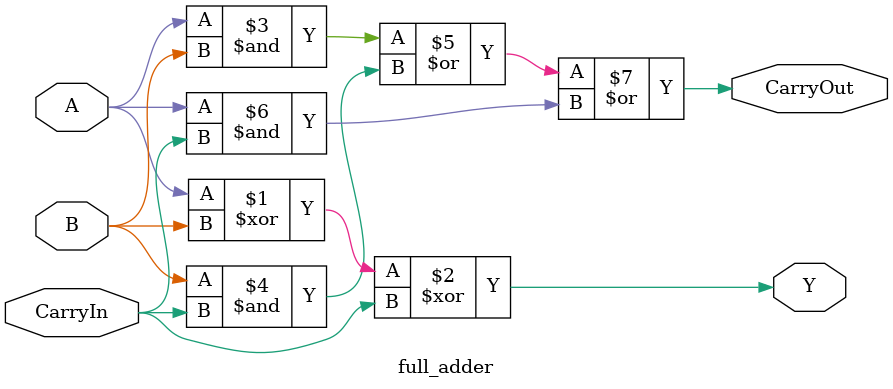
<source format=v>
module full_adder (
    
    input A,
    input B,
    input CarryIn,
    output Y,
    output CarryOut
);


assign Y = A ^ B ^ CarryIn;

assign CarryOut = (A & B) | (B & CarryIn) | (A & CarryIn);


endmodule
</source>
